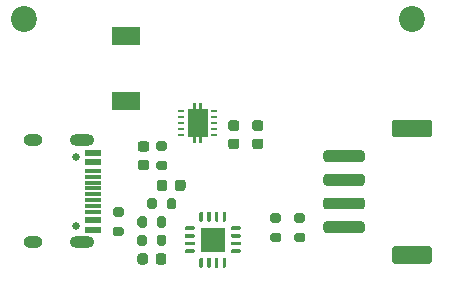
<source format=gts>
G04 #@! TF.GenerationSoftware,KiCad,Pcbnew,(5.1.10-1-10_14)*
G04 #@! TF.CreationDate,2021-09-29T23:59:16+10:00*
G04 #@! TF.ProjectId,ServianPower5,53657276-6961-46e5-906f-776572352e6b,0.1*
G04 #@! TF.SameCoordinates,Original*
G04 #@! TF.FileFunction,Soldermask,Top*
G04 #@! TF.FilePolarity,Negative*
%FSLAX46Y46*%
G04 Gerber Fmt 4.6, Leading zero omitted, Abs format (unit mm)*
G04 Created by KiCad (PCBNEW (5.1.10-1-10_14)) date 2021-09-29 23:59:16*
%MOMM*%
%LPD*%
G01*
G04 APERTURE LIST*
%ADD10C,2.200000*%
%ADD11R,1.450000X0.600000*%
%ADD12R,1.450000X0.300000*%
%ADD13O,2.100000X1.000000*%
%ADD14C,0.650000*%
%ADD15O,1.600000X1.000000*%
%ADD16R,2.100000X2.100000*%
%ADD17C,0.100000*%
%ADD18R,0.600000X0.240000*%
%ADD19R,2.400000X1.500000*%
G04 APERTURE END LIST*
D10*
X127508000Y-74295000D03*
X160401000Y-74295000D03*
G36*
G01*
X135234000Y-91865000D02*
X135784000Y-91865000D01*
G75*
G02*
X135984000Y-92065000I0J-200000D01*
G01*
X135984000Y-92465000D01*
G75*
G02*
X135784000Y-92665000I-200000J0D01*
G01*
X135234000Y-92665000D01*
G75*
G02*
X135034000Y-92465000I0J200000D01*
G01*
X135034000Y-92065000D01*
G75*
G02*
X135234000Y-91865000I200000J0D01*
G01*
G37*
G36*
G01*
X135234000Y-90215000D02*
X135784000Y-90215000D01*
G75*
G02*
X135984000Y-90415000I0J-200000D01*
G01*
X135984000Y-90815000D01*
G75*
G02*
X135784000Y-91015000I-200000J0D01*
G01*
X135234000Y-91015000D01*
G75*
G02*
X135034000Y-90815000I0J200000D01*
G01*
X135034000Y-90415000D01*
G75*
G02*
X135234000Y-90215000I200000J0D01*
G01*
G37*
G36*
G01*
X139617000Y-90191000D02*
X139617000Y-89641000D01*
G75*
G02*
X139817000Y-89441000I200000J0D01*
G01*
X140217000Y-89441000D01*
G75*
G02*
X140417000Y-89641000I0J-200000D01*
G01*
X140417000Y-90191000D01*
G75*
G02*
X140217000Y-90391000I-200000J0D01*
G01*
X139817000Y-90391000D01*
G75*
G02*
X139617000Y-90191000I0J200000D01*
G01*
G37*
G36*
G01*
X137967000Y-90191000D02*
X137967000Y-89641000D01*
G75*
G02*
X138167000Y-89441000I200000J0D01*
G01*
X138567000Y-89441000D01*
G75*
G02*
X138767000Y-89641000I0J-200000D01*
G01*
X138767000Y-90191000D01*
G75*
G02*
X138567000Y-90391000I-200000J0D01*
G01*
X138167000Y-90391000D01*
G75*
G02*
X137967000Y-90191000I0J200000D01*
G01*
G37*
D11*
X133356400Y-92124600D03*
X133356400Y-91324600D03*
X133356400Y-86424600D03*
X133356400Y-85624600D03*
X133356400Y-85624600D03*
X133356400Y-86424600D03*
X133356400Y-91324600D03*
X133356400Y-92124600D03*
D12*
X133356400Y-87124600D03*
X133356400Y-87624600D03*
X133356400Y-88124600D03*
X133356400Y-89124600D03*
X133356400Y-89624600D03*
X133356400Y-90124600D03*
X133356400Y-90624600D03*
X133356400Y-88624600D03*
D13*
X132441400Y-93194600D03*
X132441400Y-84554600D03*
D14*
X131911400Y-85984600D03*
D15*
X128261400Y-84554600D03*
D14*
X131911400Y-91764600D03*
D15*
X128261400Y-93194600D03*
G36*
G01*
X151151000Y-93173000D02*
X150601000Y-93173000D01*
G75*
G02*
X150401000Y-92973000I0J200000D01*
G01*
X150401000Y-92573000D01*
G75*
G02*
X150601000Y-92373000I200000J0D01*
G01*
X151151000Y-92373000D01*
G75*
G02*
X151351000Y-92573000I0J-200000D01*
G01*
X151351000Y-92973000D01*
G75*
G02*
X151151000Y-93173000I-200000J0D01*
G01*
G37*
G36*
G01*
X151151000Y-91523000D02*
X150601000Y-91523000D01*
G75*
G02*
X150401000Y-91323000I0J200000D01*
G01*
X150401000Y-90923000D01*
G75*
G02*
X150601000Y-90723000I200000J0D01*
G01*
X151151000Y-90723000D01*
G75*
G02*
X151351000Y-90923000I0J-200000D01*
G01*
X151351000Y-91323000D01*
G75*
G02*
X151151000Y-91523000I-200000J0D01*
G01*
G37*
G36*
G01*
X148569000Y-90723000D02*
X149119000Y-90723000D01*
G75*
G02*
X149319000Y-90923000I0J-200000D01*
G01*
X149319000Y-91323000D01*
G75*
G02*
X149119000Y-91523000I-200000J0D01*
G01*
X148569000Y-91523000D01*
G75*
G02*
X148369000Y-91323000I0J200000D01*
G01*
X148369000Y-90923000D01*
G75*
G02*
X148569000Y-90723000I200000J0D01*
G01*
G37*
G36*
G01*
X148569000Y-92373000D02*
X149119000Y-92373000D01*
G75*
G02*
X149319000Y-92573000I0J-200000D01*
G01*
X149319000Y-92973000D01*
G75*
G02*
X149119000Y-93173000I-200000J0D01*
G01*
X148569000Y-93173000D01*
G75*
G02*
X148369000Y-92973000I0J200000D01*
G01*
X148369000Y-92573000D01*
G75*
G02*
X148569000Y-92373000I200000J0D01*
G01*
G37*
G36*
G01*
X156130000Y-92400000D02*
X153130000Y-92400000D01*
G75*
G02*
X152880000Y-92150000I0J250000D01*
G01*
X152880000Y-91650000D01*
G75*
G02*
X153130000Y-91400000I250000J0D01*
G01*
X156130000Y-91400000D01*
G75*
G02*
X156380000Y-91650000I0J-250000D01*
G01*
X156380000Y-92150000D01*
G75*
G02*
X156130000Y-92400000I-250000J0D01*
G01*
G37*
G36*
G01*
X156130000Y-90400000D02*
X153130000Y-90400000D01*
G75*
G02*
X152880000Y-90150000I0J250000D01*
G01*
X152880000Y-89650000D01*
G75*
G02*
X153130000Y-89400000I250000J0D01*
G01*
X156130000Y-89400000D01*
G75*
G02*
X156380000Y-89650000I0J-250000D01*
G01*
X156380000Y-90150000D01*
G75*
G02*
X156130000Y-90400000I-250000J0D01*
G01*
G37*
G36*
G01*
X156130000Y-88400000D02*
X153130000Y-88400000D01*
G75*
G02*
X152880000Y-88150000I0J250000D01*
G01*
X152880000Y-87650000D01*
G75*
G02*
X153130000Y-87400000I250000J0D01*
G01*
X156130000Y-87400000D01*
G75*
G02*
X156380000Y-87650000I0J-250000D01*
G01*
X156380000Y-88150000D01*
G75*
G02*
X156130000Y-88400000I-250000J0D01*
G01*
G37*
G36*
G01*
X156130000Y-86400000D02*
X153130000Y-86400000D01*
G75*
G02*
X152880000Y-86150000I0J250000D01*
G01*
X152880000Y-85650000D01*
G75*
G02*
X153130000Y-85400000I250000J0D01*
G01*
X156130000Y-85400000D01*
G75*
G02*
X156380000Y-85650000I0J-250000D01*
G01*
X156380000Y-86150000D01*
G75*
G02*
X156130000Y-86400000I-250000J0D01*
G01*
G37*
G36*
G01*
X161830000Y-95000000D02*
X158930000Y-95000000D01*
G75*
G02*
X158680000Y-94750000I0J250000D01*
G01*
X158680000Y-93750000D01*
G75*
G02*
X158930000Y-93500000I250000J0D01*
G01*
X161830000Y-93500000D01*
G75*
G02*
X162080000Y-93750000I0J-250000D01*
G01*
X162080000Y-94750000D01*
G75*
G02*
X161830000Y-95000000I-250000J0D01*
G01*
G37*
G36*
G01*
X161830000Y-84300000D02*
X158930000Y-84300000D01*
G75*
G02*
X158680000Y-84050000I0J250000D01*
G01*
X158680000Y-83050000D01*
G75*
G02*
X158930000Y-82800000I250000J0D01*
G01*
X161830000Y-82800000D01*
G75*
G02*
X162080000Y-83050000I0J-250000D01*
G01*
X162080000Y-84050000D01*
G75*
G02*
X161830000Y-84300000I-250000J0D01*
G01*
G37*
D16*
X143510000Y-92964000D03*
G36*
G01*
X145110000Y-91839000D02*
X145810000Y-91839000D01*
G75*
G02*
X145885000Y-91914000I0J-75000D01*
G01*
X145885000Y-92064000D01*
G75*
G02*
X145810000Y-92139000I-75000J0D01*
G01*
X145110000Y-92139000D01*
G75*
G02*
X145035000Y-92064000I0J75000D01*
G01*
X145035000Y-91914000D01*
G75*
G02*
X145110000Y-91839000I75000J0D01*
G01*
G37*
G36*
G01*
X145110000Y-92489000D02*
X145810000Y-92489000D01*
G75*
G02*
X145885000Y-92564000I0J-75000D01*
G01*
X145885000Y-92714000D01*
G75*
G02*
X145810000Y-92789000I-75000J0D01*
G01*
X145110000Y-92789000D01*
G75*
G02*
X145035000Y-92714000I0J75000D01*
G01*
X145035000Y-92564000D01*
G75*
G02*
X145110000Y-92489000I75000J0D01*
G01*
G37*
G36*
G01*
X145110000Y-93139000D02*
X145810000Y-93139000D01*
G75*
G02*
X145885000Y-93214000I0J-75000D01*
G01*
X145885000Y-93364000D01*
G75*
G02*
X145810000Y-93439000I-75000J0D01*
G01*
X145110000Y-93439000D01*
G75*
G02*
X145035000Y-93364000I0J75000D01*
G01*
X145035000Y-93214000D01*
G75*
G02*
X145110000Y-93139000I75000J0D01*
G01*
G37*
G36*
G01*
X145110000Y-93789000D02*
X145810000Y-93789000D01*
G75*
G02*
X145885000Y-93864000I0J-75000D01*
G01*
X145885000Y-94014000D01*
G75*
G02*
X145810000Y-94089000I-75000J0D01*
G01*
X145110000Y-94089000D01*
G75*
G02*
X145035000Y-94014000I0J75000D01*
G01*
X145035000Y-93864000D01*
G75*
G02*
X145110000Y-93789000I75000J0D01*
G01*
G37*
G36*
G01*
X144410000Y-94489000D02*
X144560000Y-94489000D01*
G75*
G02*
X144635000Y-94564000I0J-75000D01*
G01*
X144635000Y-95264000D01*
G75*
G02*
X144560000Y-95339000I-75000J0D01*
G01*
X144410000Y-95339000D01*
G75*
G02*
X144335000Y-95264000I0J75000D01*
G01*
X144335000Y-94564000D01*
G75*
G02*
X144410000Y-94489000I75000J0D01*
G01*
G37*
G36*
G01*
X143760000Y-94489000D02*
X143910000Y-94489000D01*
G75*
G02*
X143985000Y-94564000I0J-75000D01*
G01*
X143985000Y-95264000D01*
G75*
G02*
X143910000Y-95339000I-75000J0D01*
G01*
X143760000Y-95339000D01*
G75*
G02*
X143685000Y-95264000I0J75000D01*
G01*
X143685000Y-94564000D01*
G75*
G02*
X143760000Y-94489000I75000J0D01*
G01*
G37*
G36*
G01*
X143110000Y-94489000D02*
X143260000Y-94489000D01*
G75*
G02*
X143335000Y-94564000I0J-75000D01*
G01*
X143335000Y-95264000D01*
G75*
G02*
X143260000Y-95339000I-75000J0D01*
G01*
X143110000Y-95339000D01*
G75*
G02*
X143035000Y-95264000I0J75000D01*
G01*
X143035000Y-94564000D01*
G75*
G02*
X143110000Y-94489000I75000J0D01*
G01*
G37*
G36*
G01*
X142460000Y-94489000D02*
X142610000Y-94489000D01*
G75*
G02*
X142685000Y-94564000I0J-75000D01*
G01*
X142685000Y-95264000D01*
G75*
G02*
X142610000Y-95339000I-75000J0D01*
G01*
X142460000Y-95339000D01*
G75*
G02*
X142385000Y-95264000I0J75000D01*
G01*
X142385000Y-94564000D01*
G75*
G02*
X142460000Y-94489000I75000J0D01*
G01*
G37*
G36*
G01*
X141210000Y-93789000D02*
X141910000Y-93789000D01*
G75*
G02*
X141985000Y-93864000I0J-75000D01*
G01*
X141985000Y-94014000D01*
G75*
G02*
X141910000Y-94089000I-75000J0D01*
G01*
X141210000Y-94089000D01*
G75*
G02*
X141135000Y-94014000I0J75000D01*
G01*
X141135000Y-93864000D01*
G75*
G02*
X141210000Y-93789000I75000J0D01*
G01*
G37*
G36*
G01*
X141210000Y-93139000D02*
X141910000Y-93139000D01*
G75*
G02*
X141985000Y-93214000I0J-75000D01*
G01*
X141985000Y-93364000D01*
G75*
G02*
X141910000Y-93439000I-75000J0D01*
G01*
X141210000Y-93439000D01*
G75*
G02*
X141135000Y-93364000I0J75000D01*
G01*
X141135000Y-93214000D01*
G75*
G02*
X141210000Y-93139000I75000J0D01*
G01*
G37*
G36*
G01*
X141210000Y-92489000D02*
X141910000Y-92489000D01*
G75*
G02*
X141985000Y-92564000I0J-75000D01*
G01*
X141985000Y-92714000D01*
G75*
G02*
X141910000Y-92789000I-75000J0D01*
G01*
X141210000Y-92789000D01*
G75*
G02*
X141135000Y-92714000I0J75000D01*
G01*
X141135000Y-92564000D01*
G75*
G02*
X141210000Y-92489000I75000J0D01*
G01*
G37*
G36*
G01*
X141210000Y-91839000D02*
X141910000Y-91839000D01*
G75*
G02*
X141985000Y-91914000I0J-75000D01*
G01*
X141985000Y-92064000D01*
G75*
G02*
X141910000Y-92139000I-75000J0D01*
G01*
X141210000Y-92139000D01*
G75*
G02*
X141135000Y-92064000I0J75000D01*
G01*
X141135000Y-91914000D01*
G75*
G02*
X141210000Y-91839000I75000J0D01*
G01*
G37*
G36*
G01*
X142460000Y-90589000D02*
X142610000Y-90589000D01*
G75*
G02*
X142685000Y-90664000I0J-75000D01*
G01*
X142685000Y-91364000D01*
G75*
G02*
X142610000Y-91439000I-75000J0D01*
G01*
X142460000Y-91439000D01*
G75*
G02*
X142385000Y-91364000I0J75000D01*
G01*
X142385000Y-90664000D01*
G75*
G02*
X142460000Y-90589000I75000J0D01*
G01*
G37*
G36*
G01*
X143110000Y-90589000D02*
X143260000Y-90589000D01*
G75*
G02*
X143335000Y-90664000I0J-75000D01*
G01*
X143335000Y-91364000D01*
G75*
G02*
X143260000Y-91439000I-75000J0D01*
G01*
X143110000Y-91439000D01*
G75*
G02*
X143035000Y-91364000I0J75000D01*
G01*
X143035000Y-90664000D01*
G75*
G02*
X143110000Y-90589000I75000J0D01*
G01*
G37*
G36*
G01*
X143760000Y-90589000D02*
X143910000Y-90589000D01*
G75*
G02*
X143985000Y-90664000I0J-75000D01*
G01*
X143985000Y-91364000D01*
G75*
G02*
X143910000Y-91439000I-75000J0D01*
G01*
X143760000Y-91439000D01*
G75*
G02*
X143685000Y-91364000I0J75000D01*
G01*
X143685000Y-90664000D01*
G75*
G02*
X143760000Y-90589000I75000J0D01*
G01*
G37*
G36*
G01*
X144410000Y-90589000D02*
X144560000Y-90589000D01*
G75*
G02*
X144635000Y-90664000I0J-75000D01*
G01*
X144635000Y-91364000D01*
G75*
G02*
X144560000Y-91439000I-75000J0D01*
G01*
X144410000Y-91439000D01*
G75*
G02*
X144335000Y-91364000I0J75000D01*
G01*
X144335000Y-90664000D01*
G75*
G02*
X144410000Y-90589000I75000J0D01*
G01*
G37*
D17*
G36*
X142115000Y-81858000D02*
G01*
X142365000Y-81858000D01*
X142365000Y-81358000D01*
X142615000Y-81358000D01*
X142615000Y-81858000D01*
X143065000Y-81858000D01*
X143065000Y-84258000D01*
X142615000Y-84258000D01*
X142615000Y-84758000D01*
X142365000Y-84758000D01*
X142365000Y-84258000D01*
X142115000Y-84258000D01*
X142115000Y-84758000D01*
X141865000Y-84758000D01*
X141865000Y-84258000D01*
X141415000Y-84258000D01*
X141415000Y-81858000D01*
X141865000Y-81858000D01*
X141865000Y-81358000D01*
X142115000Y-81358000D01*
X142115000Y-81858000D01*
G37*
D18*
X143640000Y-82058000D03*
X143640000Y-82558000D03*
X143640000Y-83058000D03*
X143640000Y-83558000D03*
X143640000Y-84058000D03*
X140840000Y-84058000D03*
X140840000Y-83558000D03*
X140840000Y-83058000D03*
X140840000Y-82558000D03*
X140840000Y-82058000D03*
G36*
G01*
X137928800Y-92739800D02*
X137928800Y-93289800D01*
G75*
G02*
X137728800Y-93489800I-200000J0D01*
G01*
X137328800Y-93489800D01*
G75*
G02*
X137128800Y-93289800I0J200000D01*
G01*
X137128800Y-92739800D01*
G75*
G02*
X137328800Y-92539800I200000J0D01*
G01*
X137728800Y-92539800D01*
G75*
G02*
X137928800Y-92739800I0J-200000D01*
G01*
G37*
G36*
G01*
X139578800Y-92739800D02*
X139578800Y-93289800D01*
G75*
G02*
X139378800Y-93489800I-200000J0D01*
G01*
X138978800Y-93489800D01*
G75*
G02*
X138778800Y-93289800I0J200000D01*
G01*
X138778800Y-92739800D01*
G75*
G02*
X138978800Y-92539800I200000J0D01*
G01*
X139378800Y-92539800D01*
G75*
G02*
X139578800Y-92739800I0J-200000D01*
G01*
G37*
G36*
G01*
X137928800Y-91190400D02*
X137928800Y-91740400D01*
G75*
G02*
X137728800Y-91940400I-200000J0D01*
G01*
X137328800Y-91940400D01*
G75*
G02*
X137128800Y-91740400I0J200000D01*
G01*
X137128800Y-91190400D01*
G75*
G02*
X137328800Y-90990400I200000J0D01*
G01*
X137728800Y-90990400D01*
G75*
G02*
X137928800Y-91190400I0J-200000D01*
G01*
G37*
G36*
G01*
X139578800Y-91190400D02*
X139578800Y-91740400D01*
G75*
G02*
X139378800Y-91940400I-200000J0D01*
G01*
X138978800Y-91940400D01*
G75*
G02*
X138778800Y-91740400I0J200000D01*
G01*
X138778800Y-91190400D01*
G75*
G02*
X138978800Y-90990400I200000J0D01*
G01*
X139378800Y-90990400D01*
G75*
G02*
X139578800Y-91190400I0J-200000D01*
G01*
G37*
G36*
G01*
X138917000Y-86277000D02*
X139467000Y-86277000D01*
G75*
G02*
X139667000Y-86477000I0J-200000D01*
G01*
X139667000Y-86877000D01*
G75*
G02*
X139467000Y-87077000I-200000J0D01*
G01*
X138917000Y-87077000D01*
G75*
G02*
X138717000Y-86877000I0J200000D01*
G01*
X138717000Y-86477000D01*
G75*
G02*
X138917000Y-86277000I200000J0D01*
G01*
G37*
G36*
G01*
X138917000Y-84627000D02*
X139467000Y-84627000D01*
G75*
G02*
X139667000Y-84827000I0J-200000D01*
G01*
X139667000Y-85227000D01*
G75*
G02*
X139467000Y-85427000I-200000J0D01*
G01*
X138917000Y-85427000D01*
G75*
G02*
X138717000Y-85227000I0J200000D01*
G01*
X138717000Y-84827000D01*
G75*
G02*
X138917000Y-84627000I200000J0D01*
G01*
G37*
D19*
X136144000Y-75736000D03*
X136144000Y-81236000D03*
G36*
G01*
X138028800Y-94339600D02*
X138028800Y-94839600D01*
G75*
G02*
X137803800Y-95064600I-225000J0D01*
G01*
X137353800Y-95064600D01*
G75*
G02*
X137128800Y-94839600I0J225000D01*
G01*
X137128800Y-94339600D01*
G75*
G02*
X137353800Y-94114600I225000J0D01*
G01*
X137803800Y-94114600D01*
G75*
G02*
X138028800Y-94339600I0J-225000D01*
G01*
G37*
G36*
G01*
X139578800Y-94339600D02*
X139578800Y-94839600D01*
G75*
G02*
X139353800Y-95064600I-225000J0D01*
G01*
X138903800Y-95064600D01*
G75*
G02*
X138678800Y-94839600I0J225000D01*
G01*
X138678800Y-94339600D01*
G75*
G02*
X138903800Y-94114600I225000J0D01*
G01*
X139353800Y-94114600D01*
G75*
G02*
X139578800Y-94339600I0J-225000D01*
G01*
G37*
G36*
G01*
X145038000Y-84399000D02*
X145538000Y-84399000D01*
G75*
G02*
X145763000Y-84624000I0J-225000D01*
G01*
X145763000Y-85074000D01*
G75*
G02*
X145538000Y-85299000I-225000J0D01*
G01*
X145038000Y-85299000D01*
G75*
G02*
X144813000Y-85074000I0J225000D01*
G01*
X144813000Y-84624000D01*
G75*
G02*
X145038000Y-84399000I225000J0D01*
G01*
G37*
G36*
G01*
X145038000Y-82849000D02*
X145538000Y-82849000D01*
G75*
G02*
X145763000Y-83074000I0J-225000D01*
G01*
X145763000Y-83524000D01*
G75*
G02*
X145538000Y-83749000I-225000J0D01*
G01*
X145038000Y-83749000D01*
G75*
G02*
X144813000Y-83524000I0J225000D01*
G01*
X144813000Y-83074000D01*
G75*
G02*
X145038000Y-82849000I225000J0D01*
G01*
G37*
G36*
G01*
X147070000Y-84399000D02*
X147570000Y-84399000D01*
G75*
G02*
X147795000Y-84624000I0J-225000D01*
G01*
X147795000Y-85074000D01*
G75*
G02*
X147570000Y-85299000I-225000J0D01*
G01*
X147070000Y-85299000D01*
G75*
G02*
X146845000Y-85074000I0J225000D01*
G01*
X146845000Y-84624000D01*
G75*
G02*
X147070000Y-84399000I225000J0D01*
G01*
G37*
G36*
G01*
X147070000Y-82849000D02*
X147570000Y-82849000D01*
G75*
G02*
X147795000Y-83074000I0J-225000D01*
G01*
X147795000Y-83524000D01*
G75*
G02*
X147570000Y-83749000I-225000J0D01*
G01*
X147070000Y-83749000D01*
G75*
G02*
X146845000Y-83524000I0J225000D01*
G01*
X146845000Y-83074000D01*
G75*
G02*
X147070000Y-82849000I225000J0D01*
G01*
G37*
G36*
G01*
X140304400Y-88616600D02*
X140304400Y-88116600D01*
G75*
G02*
X140529400Y-87891600I225000J0D01*
G01*
X140979400Y-87891600D01*
G75*
G02*
X141204400Y-88116600I0J-225000D01*
G01*
X141204400Y-88616600D01*
G75*
G02*
X140979400Y-88841600I-225000J0D01*
G01*
X140529400Y-88841600D01*
G75*
G02*
X140304400Y-88616600I0J225000D01*
G01*
G37*
G36*
G01*
X138754400Y-88616600D02*
X138754400Y-88116600D01*
G75*
G02*
X138979400Y-87891600I225000J0D01*
G01*
X139429400Y-87891600D01*
G75*
G02*
X139654400Y-88116600I0J-225000D01*
G01*
X139654400Y-88616600D01*
G75*
G02*
X139429400Y-88841600I-225000J0D01*
G01*
X138979400Y-88841600D01*
G75*
G02*
X138754400Y-88616600I0J225000D01*
G01*
G37*
G36*
G01*
X137392600Y-86177000D02*
X137892600Y-86177000D01*
G75*
G02*
X138117600Y-86402000I0J-225000D01*
G01*
X138117600Y-86852000D01*
G75*
G02*
X137892600Y-87077000I-225000J0D01*
G01*
X137392600Y-87077000D01*
G75*
G02*
X137167600Y-86852000I0J225000D01*
G01*
X137167600Y-86402000D01*
G75*
G02*
X137392600Y-86177000I225000J0D01*
G01*
G37*
G36*
G01*
X137392600Y-84627000D02*
X137892600Y-84627000D01*
G75*
G02*
X138117600Y-84852000I0J-225000D01*
G01*
X138117600Y-85302000D01*
G75*
G02*
X137892600Y-85527000I-225000J0D01*
G01*
X137392600Y-85527000D01*
G75*
G02*
X137167600Y-85302000I0J225000D01*
G01*
X137167600Y-84852000D01*
G75*
G02*
X137392600Y-84627000I225000J0D01*
G01*
G37*
M02*

</source>
